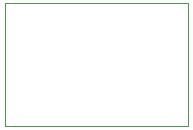
<source format=gbr>
%TF.GenerationSoftware,KiCad,Pcbnew,(6.0.10)*%
%TF.CreationDate,2023-01-04T22:23:02+01:00*%
%TF.ProjectId,LFCSP-8 Breakout,4c464353-502d-4382-9042-7265616b6f75,rev?*%
%TF.SameCoordinates,Original*%
%TF.FileFunction,Profile,NP*%
%FSLAX46Y46*%
G04 Gerber Fmt 4.6, Leading zero omitted, Abs format (unit mm)*
G04 Created by KiCad (PCBNEW (6.0.10)) date 2023-01-04 22:23:02*
%MOMM*%
%LPD*%
G01*
G04 APERTURE LIST*
%TA.AperFunction,Profile*%
%ADD10C,0.100000*%
%TD*%
G04 APERTURE END LIST*
D10*
X144653000Y-96393000D02*
X160147000Y-96393000D01*
X160147000Y-96393000D02*
X160147000Y-106807000D01*
X160147000Y-106807000D02*
X144653000Y-106807000D01*
X144653000Y-106807000D02*
X144653000Y-96393000D01*
M02*

</source>
